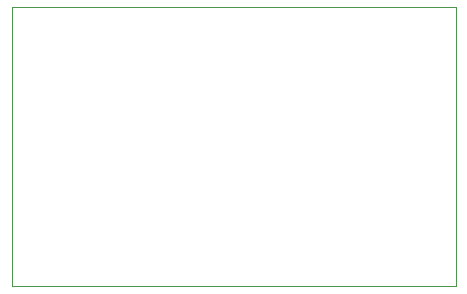
<source format=gbr>
%TF.GenerationSoftware,KiCad,Pcbnew,(6.0.0)*%
%TF.CreationDate,2022-03-05T02:08:58+00:00*%
%TF.ProjectId,adaptor,61646170-746f-4722-9e6b-696361645f70,rev?*%
%TF.SameCoordinates,Original*%
%TF.FileFunction,Profile,NP*%
%FSLAX46Y46*%
G04 Gerber Fmt 4.6, Leading zero omitted, Abs format (unit mm)*
G04 Created by KiCad (PCBNEW (6.0.0)) date 2022-03-05 02:08:58*
%MOMM*%
%LPD*%
G01*
G04 APERTURE LIST*
%TA.AperFunction,Profile*%
%ADD10C,0.100000*%
%TD*%
G04 APERTURE END LIST*
D10*
X145542000Y-97282000D02*
X107950000Y-97282000D01*
X107950000Y-97282000D02*
X107950000Y-120904000D01*
X107950000Y-120904000D02*
X145542000Y-120904000D01*
X145542000Y-120904000D02*
X145542000Y-97282000D01*
M02*

</source>
